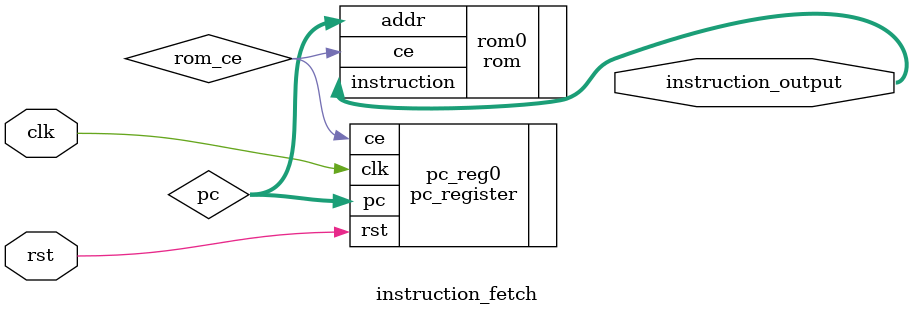
<source format=v>
`include "pc_register.v"
`include "rom.v"

module instruction_fetch (

    input wire clk,
    input wire rst,

    output wire [31:0] instruction_output

);

  wire [5:0] pc;
  wire rom_ce;


  pc_register pc_reg0(
      .clk(clk),
      .rst(rst),
      .pc (pc),
      .ce (rom_ce)

  );

  rom rom0(
      .ce  (rom_ce),
      .addr(pc),
      .instruction(instruction_output)
  );



endmodule

</source>
